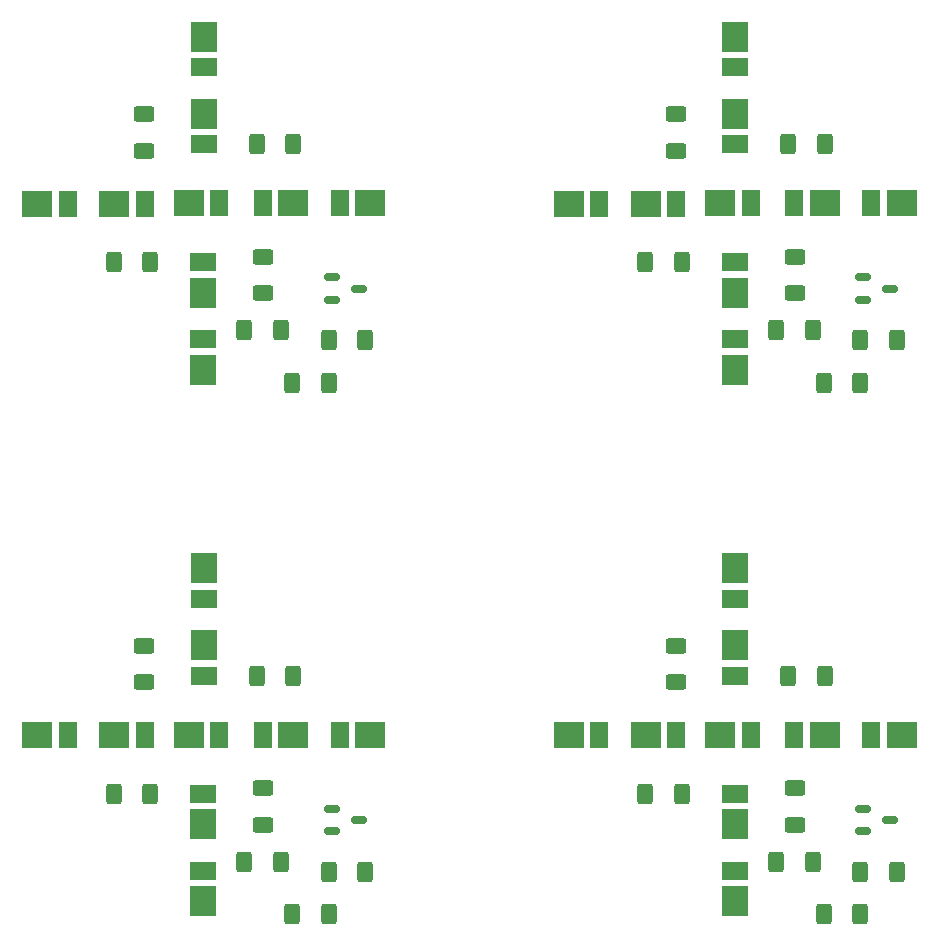
<source format=gbr>
%TF.GenerationSoftware,KiCad,Pcbnew,7.0.1*%
%TF.CreationDate,2023-09-10T14:19:26+09:00*%
%TF.ProjectId,cross_led,63726f73-735f-46c6-9564-2e6b69636164,rev?*%
%TF.SameCoordinates,Original*%
%TF.FileFunction,Paste,Top*%
%TF.FilePolarity,Positive*%
%FSLAX46Y46*%
G04 Gerber Fmt 4.6, Leading zero omitted, Abs format (unit mm)*
G04 Created by KiCad (PCBNEW 7.0.1) date 2023-09-10 14:19:26*
%MOMM*%
%LPD*%
G01*
G04 APERTURE LIST*
G04 Aperture macros list*
%AMRoundRect*
0 Rectangle with rounded corners*
0 $1 Rounding radius*
0 $2 $3 $4 $5 $6 $7 $8 $9 X,Y pos of 4 corners*
0 Add a 4 corners polygon primitive as box body*
4,1,4,$2,$3,$4,$5,$6,$7,$8,$9,$2,$3,0*
0 Add four circle primitives for the rounded corners*
1,1,$1+$1,$2,$3*
1,1,$1+$1,$4,$5*
1,1,$1+$1,$6,$7*
1,1,$1+$1,$8,$9*
0 Add four rect primitives between the rounded corners*
20,1,$1+$1,$2,$3,$4,$5,0*
20,1,$1+$1,$4,$5,$6,$7,0*
20,1,$1+$1,$6,$7,$8,$9,0*
20,1,$1+$1,$8,$9,$2,$3,0*%
G04 Aperture macros list end*
%ADD10R,2.200000X2.500000*%
%ADD11R,2.200000X1.550000*%
%ADD12RoundRect,0.250000X0.400000X0.625000X-0.400000X0.625000X-0.400000X-0.625000X0.400000X-0.625000X0*%
%ADD13RoundRect,0.250000X0.625000X-0.400000X0.625000X0.400000X-0.625000X0.400000X-0.625000X-0.400000X0*%
%ADD14R,2.500000X2.200000*%
%ADD15R,1.550000X2.200000*%
%ADD16RoundRect,0.250000X-0.625000X0.400000X-0.625000X-0.400000X0.625000X-0.400000X0.625000X0.400000X0*%
%ADD17RoundRect,0.250000X-0.400000X-0.625000X0.400000X-0.625000X0.400000X0.625000X-0.400000X0.625000X0*%
%ADD18RoundRect,0.150000X-0.512500X-0.150000X0.512500X-0.150000X0.512500X0.150000X-0.512500X0.150000X0*%
G04 APERTURE END LIST*
D10*
%TO.C,D206*%
X119275000Y-76375000D03*
D11*
X119275000Y-73800000D03*
%TD*%
D12*
%TO.C,R203*%
X159775000Y-118825000D03*
X156675000Y-118825000D03*
%TD*%
D13*
%TO.C,R204*%
X114275000Y-109375000D03*
X114275000Y-106275000D03*
%TD*%
D14*
%TO.C,D207*%
X105200000Y-113875000D03*
D15*
X107775000Y-113875000D03*
%TD*%
D16*
%TO.C,R202*%
X124325000Y-118325000D03*
X124325000Y-121425000D03*
%TD*%
D14*
%TO.C,D208*%
X111725000Y-113875000D03*
D15*
X114300000Y-113875000D03*
%TD*%
D17*
%TO.C,R205*%
X167750000Y-124550000D03*
X170850000Y-124550000D03*
%TD*%
D14*
%TO.C,D209*%
X163050000Y-113800000D03*
D15*
X165625000Y-113800000D03*
%TD*%
D18*
%TO.C,Q201*%
X130162500Y-120100000D03*
X130162500Y-122000000D03*
X132437500Y-121050000D03*
%TD*%
D17*
%TO.C,R201*%
X123800000Y-63800000D03*
X126900000Y-63800000D03*
%TD*%
%TO.C,R201*%
X168800000Y-108800000D03*
X171900000Y-108800000D03*
%TD*%
D16*
%TO.C,R202*%
X169325000Y-118325000D03*
X169325000Y-121425000D03*
%TD*%
D14*
%TO.C,D204*%
X171875000Y-113825000D03*
D15*
X169300000Y-113825000D03*
%TD*%
D12*
%TO.C,R203*%
X114775000Y-118825000D03*
X111675000Y-118825000D03*
%TD*%
D14*
%TO.C,D203*%
X178400000Y-113825000D03*
D15*
X175825000Y-113825000D03*
%TD*%
D10*
%TO.C,D206*%
X164275000Y-76375000D03*
D11*
X164275000Y-73800000D03*
%TD*%
D14*
%TO.C,D208*%
X156725000Y-68875000D03*
D15*
X159300000Y-68875000D03*
%TD*%
D17*
%TO.C,R206*%
X174900000Y-80400000D03*
X178000000Y-80400000D03*
%TD*%
D10*
%TO.C,D202*%
X164300000Y-106250000D03*
D11*
X164300000Y-108825000D03*
%TD*%
D16*
%TO.C,R202*%
X124325000Y-73325000D03*
X124325000Y-76425000D03*
%TD*%
D14*
%TO.C,D207*%
X150200000Y-68875000D03*
D15*
X152775000Y-68875000D03*
%TD*%
D17*
%TO.C,R205*%
X167750000Y-79550000D03*
X170850000Y-79550000D03*
%TD*%
D14*
%TO.C,D204*%
X171875000Y-68825000D03*
D15*
X169300000Y-68825000D03*
%TD*%
D17*
%TO.C,R206*%
X129900000Y-125400000D03*
X133000000Y-125400000D03*
%TD*%
D13*
%TO.C,R204*%
X114275000Y-64375000D03*
X114275000Y-61275000D03*
%TD*%
D14*
%TO.C,D203*%
X178400000Y-68825000D03*
D15*
X175825000Y-68825000D03*
%TD*%
D13*
%TO.C,R204*%
X159275000Y-109375000D03*
X159275000Y-106275000D03*
%TD*%
D17*
%TO.C,R205*%
X122750000Y-124550000D03*
X125850000Y-124550000D03*
%TD*%
D14*
%TO.C,D203*%
X133400000Y-113825000D03*
D15*
X130825000Y-113825000D03*
%TD*%
D14*
%TO.C,D209*%
X118050000Y-68800000D03*
D15*
X120625000Y-68800000D03*
%TD*%
D12*
%TO.C,R207*%
X129900000Y-129000000D03*
X126800000Y-129000000D03*
%TD*%
D10*
%TO.C,D201*%
X164300000Y-99725000D03*
D11*
X164300000Y-102300000D03*
%TD*%
D12*
%TO.C,R207*%
X174900000Y-129000000D03*
X171800000Y-129000000D03*
%TD*%
D10*
%TO.C,D202*%
X164300000Y-61250000D03*
D11*
X164300000Y-63825000D03*
%TD*%
D16*
%TO.C,R202*%
X169325000Y-73325000D03*
X169325000Y-76425000D03*
%TD*%
D17*
%TO.C,R206*%
X174900000Y-125400000D03*
X178000000Y-125400000D03*
%TD*%
%TO.C,R205*%
X122750000Y-79550000D03*
X125850000Y-79550000D03*
%TD*%
D10*
%TO.C,D205*%
X119275000Y-82900000D03*
D11*
X119275000Y-80325000D03*
%TD*%
D12*
%TO.C,R203*%
X159775000Y-73825000D03*
X156675000Y-73825000D03*
%TD*%
D10*
%TO.C,D205*%
X164275000Y-82900000D03*
D11*
X164275000Y-80325000D03*
%TD*%
D14*
%TO.C,D208*%
X111725000Y-68875000D03*
D15*
X114300000Y-68875000D03*
%TD*%
D12*
%TO.C,R207*%
X129900000Y-84000000D03*
X126800000Y-84000000D03*
%TD*%
D17*
%TO.C,R201*%
X123800000Y-108800000D03*
X126900000Y-108800000D03*
%TD*%
D10*
%TO.C,D205*%
X164275000Y-127900000D03*
D11*
X164275000Y-125325000D03*
%TD*%
D14*
%TO.C,D209*%
X118050000Y-113800000D03*
D15*
X120625000Y-113800000D03*
%TD*%
D17*
%TO.C,R206*%
X129900000Y-80400000D03*
X133000000Y-80400000D03*
%TD*%
D10*
%TO.C,D201*%
X164300000Y-54725000D03*
D11*
X164300000Y-57300000D03*
%TD*%
D14*
%TO.C,D207*%
X150200000Y-113875000D03*
D15*
X152775000Y-113875000D03*
%TD*%
D17*
%TO.C,R201*%
X168800000Y-63800000D03*
X171900000Y-63800000D03*
%TD*%
D18*
%TO.C,Q201*%
X130162500Y-75100000D03*
X130162500Y-77000000D03*
X132437500Y-76050000D03*
%TD*%
D10*
%TO.C,D206*%
X119275000Y-121375000D03*
D11*
X119275000Y-118800000D03*
%TD*%
D14*
%TO.C,D204*%
X126875000Y-68825000D03*
D15*
X124300000Y-68825000D03*
%TD*%
D10*
%TO.C,D205*%
X119275000Y-127900000D03*
D11*
X119275000Y-125325000D03*
%TD*%
D14*
%TO.C,D208*%
X156725000Y-113875000D03*
D15*
X159300000Y-113875000D03*
%TD*%
D10*
%TO.C,D202*%
X119300000Y-106250000D03*
D11*
X119300000Y-108825000D03*
%TD*%
D10*
%TO.C,D201*%
X119300000Y-99725000D03*
D11*
X119300000Y-102300000D03*
%TD*%
D13*
%TO.C,R204*%
X159275000Y-64375000D03*
X159275000Y-61275000D03*
%TD*%
D10*
%TO.C,D202*%
X119300000Y-61250000D03*
D11*
X119300000Y-63825000D03*
%TD*%
D18*
%TO.C,Q201*%
X175162500Y-75100000D03*
X175162500Y-77000000D03*
X177437500Y-76050000D03*
%TD*%
D14*
%TO.C,D204*%
X126875000Y-113825000D03*
D15*
X124300000Y-113825000D03*
%TD*%
D12*
%TO.C,R203*%
X114775000Y-73825000D03*
X111675000Y-73825000D03*
%TD*%
D10*
%TO.C,D206*%
X164275000Y-121375000D03*
D11*
X164275000Y-118800000D03*
%TD*%
D12*
%TO.C,R207*%
X174900000Y-84000000D03*
X171800000Y-84000000D03*
%TD*%
D10*
%TO.C,D201*%
X119300000Y-54725000D03*
D11*
X119300000Y-57300000D03*
%TD*%
D14*
%TO.C,D207*%
X105200000Y-68875000D03*
D15*
X107775000Y-68875000D03*
%TD*%
D14*
%TO.C,D203*%
X133400000Y-68825000D03*
D15*
X130825000Y-68825000D03*
%TD*%
D18*
%TO.C,Q201*%
X175162500Y-120100000D03*
X175162500Y-122000000D03*
X177437500Y-121050000D03*
%TD*%
D14*
%TO.C,D209*%
X163050000Y-68800000D03*
D15*
X165625000Y-68800000D03*
%TD*%
M02*

</source>
